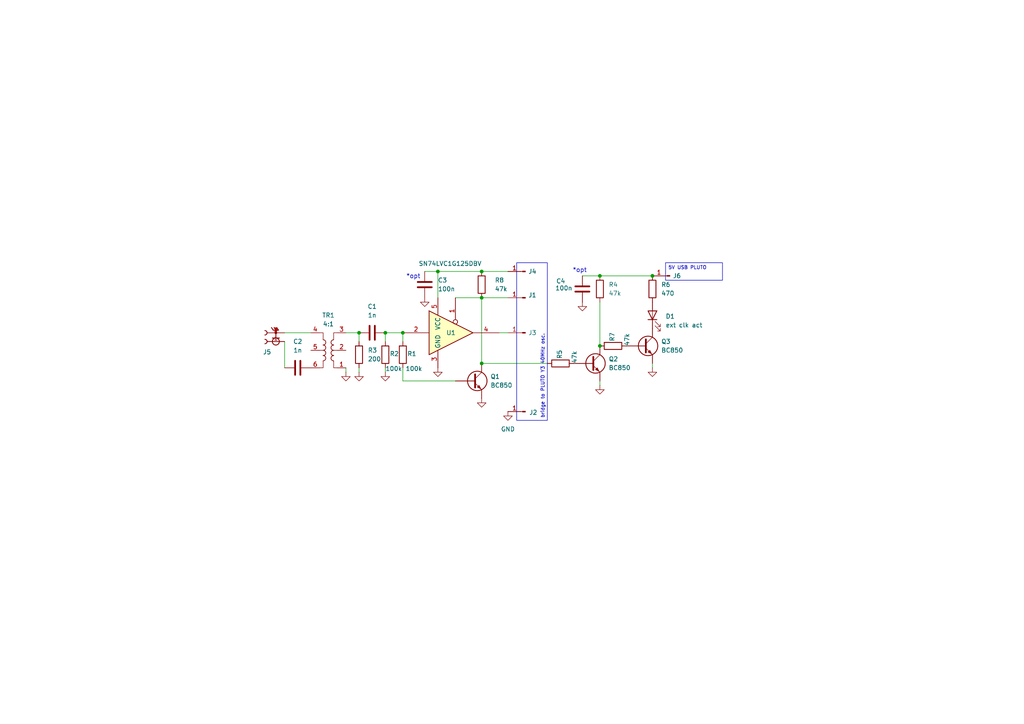
<source format=kicad_sch>
(kicad_sch (version 20231120) (generator "eeschema") (generator_version "8.0")
  (paper "A4")
  (lib_symbols
    (symbol "20279-001E-03:20279-001E-03" (pin_names (offset 1.016))
      (property "Reference" "J" (at -3.81 1.524 0))
      (property "Value" "20279-001E-03" (at -4.064 -6.858 0))
      (symbol "20279-001E-03_0_0"
        (arc (start -3.175 -3.175) (mid -2.5427 -2.54) (end -3.175 -1.905) (stroke (width 0.254)))
        (arc (start -3.175 -0.635) (mid -2.5427 0) (end -3.175 0.635) (stroke (width 0.254)))
        (circle (center 0 -2.54) (radius 0.254) (stroke (width 0.254)))
        (polyline (pts (xy -1.016 -1.016) (xy 0 -1.016)) (stroke (width 0.254)))
        (polyline (pts (xy -0.762 -3.302) (xy -1.27 -4.064)) (stroke (width 0.254)))
        (polyline (pts (xy 0 -3.302) (xy -0.762 -3.302)) (stroke (width 0.254)))
        (polyline (pts (xy 0 -3.302) (xy -0.508 -4.064)) (stroke (width 0.254)))
        (polyline (pts (xy 0 -3.302) (xy 0.762 -3.302)) (stroke (width 0.254)))
        (polyline (pts (xy 0 -1.016) (xy 0 -3.302)) (stroke (width 0.254)))
        (polyline (pts (xy 0 -1.016) (xy 1.016 -1.016)) (stroke (width 0.254)))
        (polyline (pts (xy 0.762 -3.302) (xy 0.254 -4.064)) (stroke (width 0.254)))
        (circle (center 0 0) (radius 1.016) (stroke (width 0.254)))
        (pin passive line (at 2.54 0 180) (length 5.08) (name "~") (number "1"))
        (pin passive line (at 2.54 -2.54 180) (length 5.08) (name "~") (number "2"))
        (pin passive line (at 2.54 -2.54 180) (length 5.08) (name "~") (number "3"))
      )
    )
    (symbol "74xGxx:SN74LVC1G125DBV"
      (property "Reference" "U" (at -10.16 7.62 0))
      (property "Value" "SN74LVC1G125DBV" (at 2.54 -7.62 0))
      (symbol "SN74LVC1G125DBV_0_1"
        (polyline (pts (xy -7.62 6.35) (xy -7.62 -6.35) (xy 5.08 0) (xy -7.62 6.35)) (stroke (width 0.254)) (fill (type background)))
      )
      (symbol "SN74LVC1G125DBV_1_1"
        (pin input inverted (at 0 10.16 270) (length 7.62) (name "~") (number "1"))
        (pin input line (at -15.24 0 0) (length 7.62) (name "~") (number "2"))
        (pin power_in line (at -5.08 -10.16 90) (length 5.08) (name "GND") (number "3"))
        (pin tri_state line (at 12.7 0 180) (length 7.62) (name "~") (number "4"))
        (pin power_in line (at -5.08 10.16 270) (length 5.08) (name "VCC") (number "5"))
      )
    )
    (symbol "BC850_1" (pin_numbers hide) (pin_names (offset 0) hide)
      (property "Reference" "Q" (at 5.08 1.905 0))
      (property "Value" "BC850" (at 5.08 0 0))
      (symbol "BC850_1_0_1"
        (polyline (pts (xy 0.635 0.635) (xy 2.54 2.54)))
        (polyline (pts (xy 0.635 -0.635) (xy 2.54 -2.54) (xy 2.54 -2.54)))
        (polyline (pts (xy 0.635 1.905) (xy 0.635 -1.905) (xy 0.635 -1.905)) (stroke (width 0.508)))
        (polyline (pts (xy 1.27 -1.778) (xy 1.778 -1.27) (xy 2.286 -2.286) (xy 1.27 -1.778) (xy 1.27 -1.778)) (fill (type outline)))
        (circle (center 1.27 0) (radius 2.8194) (stroke (width 0.254)))
      )
      (symbol "BC850_1_1_1"
        (pin input line (at -5.08 0 0) (length 5.715) (name "B") (number "1"))
        (pin passive line (at 2.54 -5.08 90) (length 2.54) (name "E") (number "2"))
        (pin passive line (at 2.54 5.08 270) (length 2.54) (name "C") (number "3"))
      )
    )
    (symbol "BC850_2" (pin_numbers hide) (pin_names (offset 0) hide)
      (property "Reference" "Q" (at 5.08 1.905 0))
      (property "Value" "BC850" (at 5.08 0 0))
      (symbol "BC850_2_0_1"
        (polyline (pts (xy 0.635 0.635) (xy 2.54 2.54)))
        (polyline (pts (xy 0.635 -0.635) (xy 2.54 -2.54) (xy 2.54 -2.54)))
        (polyline (pts (xy 0.635 1.905) (xy 0.635 -1.905) (xy 0.635 -1.905)) (stroke (width 0.508)))
        (polyline (pts (xy 1.27 -1.778) (xy 1.778 -1.27) (xy 2.286 -2.286) (xy 1.27 -1.778) (xy 1.27 -1.778)) (fill (type outline)))
        (circle (center 1.27 0) (radius 2.8194) (stroke (width 0.254)))
      )
      (symbol "BC850_2_1_1"
        (pin input line (at -5.08 0 0) (length 5.715) (name "B") (number "1"))
        (pin passive line (at 2.54 -5.08 90) (length 2.54) (name "E") (number "2"))
        (pin passive line (at 2.54 5.08 270) (length 2.54) (name "C") (number "3"))
      )
    )
    (symbol "Connector:Conn_01x01_Pin" (pin_names (offset 1.016) hide)
      (property "Reference" "J" (at 0 2.54 0))
      (property "Value" "Conn_01x01_Pin" (at 0 -2.54 0))
      (symbol "Conn_01x01_Pin_1_1"
        (polyline (pts (xy 1.27 0) (xy 0.8636 0)) (stroke (width 0.1524)))
        (rectangle (start 0.8636 0.127) (end 0 -0.127) (stroke (width 0.1524)) (fill (type outline)))
        (pin passive line (at 5.08 0 180) (length 3.81) (name "Pin_1") (number "1"))
      )
    )
    (symbol "Device:C" (pin_numbers hide) (pin_names (offset 0.254))
      (property "Reference" "C" (at 0.635 2.54 0))
      (property "Value" "C" (at 0.635 -2.54 0))
      (symbol "C_0_1"
        (polyline (pts (xy -2.032 -0.762) (xy 2.032 -0.762)) (stroke (width 0.508)))
        (polyline (pts (xy -2.032 0.762) (xy 2.032 0.762)) (stroke (width 0.508)))
      )
      (symbol "C_1_1"
        (pin passive line (at 0 3.81 270) (length 2.794) (name "~") (number "1"))
        (pin passive line (at 0 -3.81 90) (length 2.794) (name "~") (number "2"))
      )
    )
    (symbol "Device:LED" (pin_numbers hide) (pin_names (offset 1.016) hide)
      (property "Reference" "D" (at 0 2.54 0))
      (property "Value" "LED" (at 0 -2.54 0))
      (symbol "LED_0_1"
        (polyline (pts (xy -1.27 -1.27) (xy -1.27 1.27)) (stroke (width 0.254)))
        (polyline (pts (xy -1.27 0) (xy 1.27 0)))
        (polyline (pts (xy 1.27 -1.27) (xy 1.27 1.27) (xy -1.27 0) (xy 1.27 -1.27)) (stroke (width 0.254)))
        (polyline (pts (xy -3.048 -0.762) (xy -4.572 -2.286) (xy -3.81 -2.286) (xy -4.572 -2.286) (xy -4.572 -1.524)))
        (polyline (pts (xy -1.778 -0.762) (xy -3.302 -2.286) (xy -2.54 -2.286) (xy -3.302 -2.286) (xy -3.302 -1.524)))
      )
      (symbol "LED_1_1"
        (pin passive line (at -3.81 0 0) (length 2.54) (name "K") (number "1"))
        (pin passive line (at 3.81 0 180) (length 2.54) (name "A") (number "2"))
      )
    )
    (symbol "Device:R" (pin_numbers hide) (pin_names (offset 0))
      (property "Reference" "R" (at 2.032 0 90))
      (property "Value" "R" (at 0 0 90))
      (symbol "R_0_1"
        (rectangle (start -1.016 -2.54) (end 1.016 2.54) (stroke (width 0.254)))
      )
      (symbol "R_1_1"
        (pin passive line (at 0 3.81 270) (length 1.27) (name "~") (number "1"))
        (pin passive line (at 0 -3.81 90) (length 1.27) (name "~") (number "2"))
      )
    )
    (symbol "Transformer:ADTT1-6" (pin_names hide)
      (property "Reference" "TR" (at 0 6.35 0))
      (property "Value" "ADTT1-6" (at 0 -6.35 0))
      (symbol "ADTT1-6_0_1"
        (arc (start -1.524 -3.048) (mid -0.7653 -2.286) (end -1.524 -1.524) (stroke (width 0.2032)))
        (arc (start -1.524 -1.524) (mid -0.7653 -0.762) (end -1.524 0) (stroke (width 0.2032)))
        (arc (start -1.524 0) (mid -0.7653 0.762) (end -1.524 1.524) (stroke (width 0.2032)))
        (arc (start -1.524 1.524) (mid -0.7653 2.286) (end -1.524 3.048) (stroke (width 0.2032)))
        (polyline (pts (xy -2.54 0) (xy -1.27 0)))
        (polyline (pts (xy 2.54 0) (xy 1.27 0)) (stroke (width 0.1524)))
        (polyline (pts (xy -2.54 5.08) (xy -1.524 5.08) (xy -1.524 3.048)) (stroke (width 0.1524)))
        (polyline (pts (xy -1.524 -3.048) (xy -1.524 -5.08) (xy -2.54 -5.08)) (stroke (width 0.1524)))
        (polyline (pts (xy 1.524 3.048) (xy 1.524 5.08) (xy 2.54 5.08)) (stroke (width 0.1524)))
        (polyline (pts (xy 2.54 -5.08) (xy 1.524 -5.08) (xy 1.524 -3.048)) (stroke (width 0.1524)))
        (arc (start 1.524 -1.524) (mid 0.7653 -2.286) (end 1.524 -3.048) (stroke (width 0.2032)))
        (arc (start 1.524 0) (mid 0.7653 -0.762) (end 1.524 -1.524) (stroke (width 0.2032)))
        (arc (start 1.524 1.524) (mid 0.7653 0.762) (end 1.524 0) (stroke (width 0.2032)))
        (arc (start 1.524 3.048) (mid 0.7653 2.286) (end 1.524 1.524) (stroke (width 0.2032)))
      )
      (symbol "ADTT1-6_1_1"
        (pin passive line (at -5.08 -5.08 0) (length 2.54) (name "~") (number "1"))
        (pin passive line (at -5.08 0 0) (length 2.54) (name "~") (number "2"))
        (pin passive line (at -5.08 5.08 0) (length 2.54) (name "~") (number "3"))
        (pin passive line (at 5.08 5.08 180) (length 2.54) (name "~") (number "4"))
        (pin passive line (at 5.08 0 180) (length 2.54) (name "~") (number "5"))
        (pin passive line (at 5.08 -5.08 180) (length 2.54) (name "~") (number "6"))
      )
    )
    (symbol "Transistor_BJT:BC850" (pin_numbers hide) (pin_names (offset 0) hide)
      (property "Reference" "Q" (at 5.08 1.905 0))
      (property "Value" "BC850" (at 5.08 0 0))
      (symbol "BC850_0_1"
        (polyline (pts (xy 0.635 0.635) (xy 2.54 2.54)))
        (polyline (pts (xy 0.635 -0.635) (xy 2.54 -2.54) (xy 2.54 -2.54)))
        (polyline (pts (xy 0.635 1.905) (xy 0.635 -1.905) (xy 0.635 -1.905)) (stroke (width 0.508)))
        (polyline (pts (xy 1.27 -1.778) (xy 1.778 -1.27) (xy 2.286 -2.286) (xy 1.27 -1.778) (xy 1.27 -1.778)) (fill (type outline)))
        (circle (center 1.27 0) (radius 2.8194) (stroke (width 0.254)))
      )
      (symbol "BC850_1_1"
        (pin input line (at -5.08 0 0) (length 5.715) (name "B") (number "1"))
        (pin passive line (at 2.54 -5.08 90) (length 2.54) (name "E") (number "2"))
        (pin passive line (at 2.54 5.08 270) (length 2.54) (name "C") (number "3"))
      )
    )
    (symbol "power:GND" (power) (pin_numbers hide) (pin_names (offset 0) hide)
      (property "Value" "GND" (at 0 -3.81 0))
      (symbol "GND_0_1"
        (polyline (pts (xy 0 0) (xy 0 -1.27) (xy 1.27 -1.27) (xy 0 -2.54) (xy -1.27 -1.27) (xy 0 -1.27)))
      )
      (symbol "GND_1_1"
        (pin power_in line (at 0 0 270) (length 0) (name "~") (number "1"))
      )
    )
  )
  (junction (at 139.7 78.74))
  (junction (at 111.76 96.52))
  (junction (at 127 78.74))
  (junction (at 173.99 100.33))
  (junction (at 116.84 96.52))
  (junction (at 189.23 80.01))
  (junction (at 104.14 96.52))
  (junction (at 139.7 105.41))
  (junction (at 139.7 86.36))
  (junction (at 173.99 80.01))
  (wire (pts (xy 82.55 99.06) (xy 82.55 106.68)))
  (wire (pts (xy 144.78 96.52) (xy 147.32 96.52)))
  (wire (pts (xy 104.14 96.52) (xy 104.14 99.06)))
  (wire (pts (xy 116.84 106.68) (xy 116.84 110.49)))
  (wire (pts (xy 104.14 106.68) (xy 104.14 107.95)))
  (wire (pts (xy 173.99 87.63) (xy 173.99 100.33)))
  (wire (pts (xy 111.76 96.52) (xy 116.84 96.52)))
  (wire (pts (xy 173.99 80.01) (xy 189.23 80.01)))
  (wire (pts (xy 168.91 80.01) (xy 173.99 80.01)))
  (wire (pts (xy 100.33 106.68) (xy 100.33 107.95)))
  (wire (pts (xy 100.33 96.52) (xy 104.14 96.52)))
  (wire (pts (xy 139.7 86.36) (xy 147.32 86.36)))
  (wire (pts (xy 139.7 105.41) (xy 158.75 105.41)))
  (wire (pts (xy 189.23 105.41) (xy 189.23 106.68)))
  (wire (pts (xy 139.7 86.36) (xy 139.7 105.41)))
  (wire (pts (xy 123.19 78.74) (xy 127 78.74)))
  (wire (pts (xy 173.99 110.49) (xy 173.99 111.76)))
  (wire (pts (xy 116.84 110.49) (xy 132.08 110.49)))
  (wire (pts (xy 127 78.74) (xy 139.7 78.74)))
  (wire (pts (xy 127 78.74) (xy 127 86.36)))
  (wire (pts (xy 116.84 96.52) (xy 116.84 99.06)))
  (wire (pts (xy 111.76 96.52) (xy 111.76 99.06)))
  (wire (pts (xy 132.08 86.36) (xy 139.7 86.36)))
  (wire (pts (xy 111.76 106.68) (xy 111.76 107.95)))
  (wire (pts (xy 139.7 78.74) (xy 147.32 78.74)))
  (wire (pts (xy 82.55 96.52) (xy 90.17 96.52)))
  (text_box "5V USB PLUTO" (at 193.04 76.2 0) (size 16.51 5.08) (effects (font (size 1 1)) (justify left top)))
  (text_box "bridge to PLUTO Y3 40MHz osc." (at 149.86 76.2 90) (size 8.89 45.72) (effects (font (size 1 1)) (justify left bottom)))
  (text "*opt" (at 119.888 80.264 0) (effects (font (size 1.27 1.27))))
  (text "*opt" (at 168.148 78.486 0) (effects (font (size 1.27 1.27))))
  (symbol (lib_id "74xGxx:SN74LVC1G125DBV") (at 132.08 96.52 0) (unit 1)
    (property "Reference" "U1" (at 130.81 96.52 0))
    (property "Value" "SN74LVC1G125DBV" (at 130.556 76.454 0))
    (property "Footprint" "Package_TO_SOT_SMD:SOT-23-5" (effects (hide yes)))
    (property "Datasheet" "http://www.ti.com/lit/ds/symlink/sn74lvc1g125.pdf" (effects (hide yes)))
    (property "Description" "Single Buffer Gate Tri-State, Low-Voltage CMOS, SOT-23-5" (effects (hide yes)))
  )
  (symbol (lib_id "power:GND") (at 168.91 87.63 0) (unit 1)
    (property "Reference" "#PWR010" (effects (hide yes)))
    (property "Value" "GND" (effects (hide yes)))
    (property "Description" "Power symbol creates a global label with name \"GND\" , ground" (effects (hide yes)))
  )
  (symbol (lib_id "Device:R") (at 177.8 100.33 90) (unit 1)
    (property "Reference" "R7" (at 177.546 99.06 0) (effects (justify left)))
    (property "Value" "47k" (at 181.864 100.33 0) (effects (justify left)))
    (property "Footprint" "Resistor_SMD:R_0603_1608Metric" (effects (hide yes)))
    (property "Description" "Resistor" (effects (hide yes)))
  )
  (symbol (lib_id "Device:C") (at 86.36 106.68 270) (unit 1)
    (property "Reference" "C2" (at 86.36 99.06 90))
    (property "Value" "1n" (at 86.36 101.6 90))
    (property "Footprint" "Capacitor_SMD:C_0805_2012Metric" (effects (hide yes)))
    (property "Description" "Unpolarized capacitor" (effects (hide yes)))
  )
  (symbol (lib_id "Device:LED") (at 189.23 91.44 90) (unit 1)
    (property "Reference" "D1" (at 193.04 91.7574 90) (effects (justify right)))
    (property "Value" "ext clk act" (at 193.04 94.2974 90) (effects (justify right)))
    (property "Footprint" "LED_SMD:LED_0603_1608Metric" (effects (hide yes)))
    (property "Description" "Light emitting diode" (effects (hide yes)))
  )
  (symbol (lib_id "power:GND") (at 104.14 107.95 0) (unit 1)
    (property "Reference" "#PWR04" (effects (hide yes)))
    (property "Value" "GND" (effects (hide yes)))
    (property "Description" "Power symbol creates a global label with name \"GND\" , ground" (effects (hide yes)))
  )
  (symbol (lib_id "power:GND") (at 189.23 106.68 0) (unit 1)
    (property "Reference" "#PWR08" (effects (hide yes)))
    (property "Value" "GND" (effects (hide yes)))
    (property "Description" "Power symbol creates a global label with name \"GND\" , ground" (effects (hide yes)))
  )
  (symbol (lib_id "Device:R") (at 139.7 82.55 0) (unit 1)
    (property "Reference" "R8" (at 143.51 81.2799 0) (effects (justify left)))
    (property "Value" "47k" (at 143.51 83.8199 0) (effects (justify left)))
    (property "Footprint" "Resistor_SMD:R_0603_1608Metric" (effects (hide yes)))
    (property "Description" "Resistor" (effects (hide yes)))
  )
  (symbol (lib_id "Device:R") (at 116.84 102.87 0) (unit 1)
    (property "Reference" "R1" (at 118.11 102.616 0) (effects (justify left)))
    (property "Value" "100k" (at 117.602 106.934 0) (effects (justify left)))
    (property "Footprint" "Resistor_SMD:R_0603_1608Metric" (effects (hide yes)))
    (property "Description" "Resistor" (effects (hide yes)))
  )
  (symbol (lib_name "BC850_1") (lib_id "Transistor_BJT:BC850") (at 137.16 110.49 0) (unit 1)
    (property "Reference" "Q1" (at 142.24 109.2199 0) (effects (justify left)))
    (property "Value" "BC850" (at 142.24 111.7599 0) (effects (justify left)))
    (property "Footprint" "Package_TO_SOT_SMD:SOT-323_SC-70_Handsoldering" (effects (hide yes)))
    (property "Datasheet" "http://www.infineon.com/dgdl/Infineon-BC847SERIES_BC848SERIES_BC849SERIES_BC850SERIES-DS-v01_01-en.pdf?fileId=db3a304314dca389011541d4630a1657" (effects (hide yes)))
    (property "Description" "0.1A Ic, 45V Vce, NPN Transistor, SOT-23" (effects (hide yes)))
  )
  (symbol (lib_id "power:GND") (at 111.76 107.95 0) (unit 1)
    (property "Reference" "#PWR03" (effects (hide yes)))
    (property "Value" "GND" (effects (hide yes)))
    (property "Description" "Power symbol creates a global label with name \"GND\" , ground" (effects (hide yes)))
  )
  (symbol (lib_id "Connector:Conn_01x01_Pin") (at 152.4 119.38 0) (mirror y) (unit 1)
    (property "Reference" "J2" (at 154.686 119.634 0))
    (property "Value" "Conn_01x01_Pin" (effects (hide yes)))
    (property "Footprint" "Connector_Pin:Pin_D1.0mm_L10.0mm" (effects (hide yes)))
    (property "Description" "Generic connector, single row, 01x01, script generated" (effects (hide yes)))
  )
  (symbol (lib_id "20279-001E-03:20279-001E-03") (at 80.01 99.06 0) (mirror x) (unit 1)
    (property "Reference" "J5" (at 77.47 102.108 0))
    (property "Value" "20279-001E-03" (effects (hide yes)))
    (property "Footprint" "20279-001E-03:IPEX_20279-001E-03" (effects (hide yes)))
    (property "MF" "I-PEX" (effects (hide yes)))
    (property "MAXIMUM_PACKAGE_HEIGHT" "1.25mm" (effects (hide yes)))
    (property "Package" "None" (effects (hide yes)))
    (property "Price" "None" (effects (hide yes)))
    (property "Check_prices" "https://www.snapeda.com/parts/20279-001E-03/I-PEX/view-part/?ref=eda" (effects (hide yes)))
    (property "STANDARD" "Manufacturer Recommendations" (effects (hide yes)))
    (property "PARTREV" "32" (effects (hide yes)))
    (property "SnapEDA_Link" "https://www.snapeda.com/parts/20279-001E-03/I-PEX/view-part/?ref=snap" (effects (hide yes)))
    (property "MP" "20279-001E-03" (effects (hide yes)))
    (property "Description_1" "\n1 POS Vertical SMD Small form factor with big performance through 6 GHz connector,MHF, RF, micro-coaxial MHF I Receptacle\n" (effects (hide yes)))
    (property "Availability" "In Stock" (effects (hide yes)))
    (property "MANUFACTURER" "I-PEX" (effects (hide yes)))
  )
  (symbol (lib_id "Connector:Conn_01x01_Pin") (at 152.4 78.74 0) (mirror y) (unit 1)
    (property "Reference" "J4" (at 154.432 78.74 0))
    (property "Value" "Conn_01x01_Pin" (effects (hide yes)))
    (property "Footprint" "Connector_Pin:Pin_D1.0mm_L10.0mm" (effects (hide yes)))
    (property "Description" "Generic connector, single row, 01x01, script generated" (effects (hide yes)))
  )
  (symbol (lib_id "Transformer:ADTT1-6") (at 95.25 101.6 0) (mirror y) (unit 1)
    (property "Reference" "TR1" (at 95.25 91.44 0))
    (property "Value" "4:1" (at 95.25 93.98 0))
    (property "Footprint" "RF_Mini-Circuits:Mini-Circuits_CD637_H5.23mm" (effects (hide yes)))
    (property "Datasheet" "https://www.minicircuits.com/pdfs/ADTT1-6+.pdf" (effects (hide yes)))
    (property "Description" "0.015-100MHz 1:1 RF Transformer, Unbalanced to Balanced Center Tap at Primary/Secondary, CD637" (effects (hide yes)))
  )
  (symbol (lib_id "Device:R") (at 111.76 102.87 0) (unit 1)
    (property "Reference" "R2" (at 113.03 102.616 0) (effects (justify left)))
    (property "Value" "100k" (at 111.76 106.934 0) (effects (justify left)))
    (property "Footprint" "Resistor_SMD:R_0603_1608Metric" (effects (hide yes)))
    (property "Description" "Resistor" (effects (hide yes)))
  )
  (symbol (lib_id "Device:R") (at 189.23 83.82 0) (unit 1)
    (property "Reference" "R6" (at 191.77 82.5499 0) (effects (justify left)))
    (property "Value" "470" (at 191.77 85.0899 0) (effects (justify left)))
    (property "Footprint" "Resistor_SMD:R_0603_1608Metric" (effects (hide yes)))
    (property "Description" "Resistor" (effects (hide yes)))
  )
  (symbol (lib_name "BC850_2") (lib_id "Transistor_BJT:BC850") (at 171.45 105.41 0) (unit 1)
    (property "Reference" "Q2" (at 176.53 104.1399 0) (effects (justify left)))
    (property "Value" "BC850" (at 176.53 106.6799 0) (effects (justify left)))
    (property "Footprint" "Package_TO_SOT_SMD:SOT-323_SC-70_Handsoldering" (effects (hide yes)))
    (property "Datasheet" "http://www.infineon.com/dgdl/Infineon-BC847SERIES_BC848SERIES_BC849SERIES_BC850SERIES-DS-v01_01-en.pdf?fileId=db3a304314dca389011541d4630a1657" (effects (hide yes)))
    (property "Description" "0.1A Ic, 45V Vce, NPN Transistor, SOT-23" (effects (hide yes)))
  )
  (symbol (lib_id "Connector:Conn_01x01_Pin") (at 194.31 80.01 0) (mirror y) (unit 1)
    (property "Reference" "J6" (at 196.342 80.01 0))
    (property "Value" "Conn_01x01_Pin" (effects (hide yes)))
    (property "Footprint" "Connector_Pin:Pin_D1.0mm_L10.0mm" (effects (hide yes)))
    (property "Description" "Generic connector, single row, 01x01, script generated" (effects (hide yes)))
  )
  (symbol (lib_id "Device:C") (at 168.91 83.82 0) (unit 1)
    (property "Reference" "C4" (at 161.29 81.534 0) (effects (justify left)))
    (property "Value" "100n" (at 161.036 83.566 0) (effects (justify left)))
    (property "Footprint" "Capacitor_SMD:C_0805_2012Metric" (effects (hide yes)))
    (property "Description" "Unpolarized capacitor" (effects (hide yes)))
  )
  (symbol (lib_id "power:GND") (at 127 106.68 0) (mirror y) (unit 1)
    (property "Reference" "#PWR02" (effects (hide yes)))
    (property "Value" "GND" (effects (hide yes)))
    (property "Description" "Power symbol creates a global label with name \"GND\" , ground" (effects (hide yes)))
  )
  (symbol (lib_id "Transistor_BJT:BC850") (at 186.69 100.33 0) (unit 1)
    (property "Reference" "Q3" (at 191.77 99.0599 0) (effects (justify left)))
    (property "Value" "BC850" (at 191.77 101.5999 0) (effects (justify left)))
    (property "Footprint" "Package_TO_SOT_SMD:SOT-323_SC-70_Handsoldering" (effects (hide yes)))
    (property "Datasheet" "http://www.infineon.com/dgdl/Infineon-BC847SERIES_BC848SERIES_BC849SERIES_BC850SERIES-DS-v01_01-en.pdf?fileId=db3a304314dca389011541d4630a1657" (effects (hide yes)))
    (property "Description" "0.1A Ic, 45V Vce, NPN Transistor, SOT-23" (effects (hide yes)))
  )
  (symbol (lib_id "power:GND") (at 139.7 115.57 0) (unit 1)
    (property "Reference" "#PWR01" (effects (hide yes)))
    (property "Value" "GND" (effects (hide yes)))
    (property "Description" "Power symbol creates a global label with name \"GND\" , ground" (effects (hide yes)))
  )
  (symbol (lib_id "Device:R") (at 104.14 102.87 0) (unit 1)
    (property "Reference" "R3" (at 106.68 101.5999 0) (effects (justify left)))
    (property "Value" "200" (at 106.68 104.1399 0) (effects (justify left)))
    (property "Footprint" "Resistor_SMD:R_0603_1608Metric" (effects (hide yes)))
    (property "Description" "Resistor" (effects (hide yes)))
  )
  (symbol (lib_id "Device:C") (at 123.19 82.55 0) (unit 1)
    (property "Reference" "C3" (at 127 81.2799 0) (effects (justify left)))
    (property "Value" "100n" (at 127 83.8199 0) (effects (justify left)))
    (property "Footprint" "Capacitor_SMD:C_0805_2012Metric" (effects (hide yes)))
    (property "Description" "Unpolarized capacitor" (effects (hide yes)))
  )
  (symbol (lib_id "Device:C") (at 107.95 96.52 270) (unit 1)
    (property "Reference" "C1" (at 107.95 88.9 90))
    (property "Value" "1n" (at 107.95 91.44 90))
    (property "Footprint" "Capacitor_SMD:C_0805_2012Metric" (effects (hide yes)))
    (property "Description" "Unpolarized capacitor" (effects (hide yes)))
  )
  (symbol (lib_id "Device:R") (at 162.56 105.41 90) (unit 1)
    (property "Reference" "R5" (at 162.306 104.14 0) (effects (justify left)))
    (property "Value" "47k" (at 166.624 105.41 0) (effects (justify left)))
    (property "Footprint" "Resistor_SMD:R_0603_1608Metric" (effects (hide yes)))
    (property "Description" "Resistor" (effects (hide yes)))
  )
  (symbol (lib_id "Connector:Conn_01x01_Pin") (at 152.4 86.36 0) (mirror y) (unit 1)
    (property "Reference" "J1" (at 154.432 85.598 0))
    (property "Value" "Conn_01x01_Pin" (effects (hide yes)))
    (property "Footprint" "Connector_Pin:Pin_D1.0mm_L10.0mm" (effects (hide yes)))
    (property "Description" "Generic connector, single row, 01x01, script generated" (effects (hide yes)))
  )
  (symbol (lib_id "power:GND") (at 147.32 119.38 0) (unit 1)
    (property "Reference" "#PWR06" (effects (hide yes)))
    (property "Value" "GND" (at 147.32 124.46 0))
    (property "Description" "Power symbol creates a global label with name \"GND\" , ground" (effects (hide yes)))
  )
  (symbol (lib_id "Connector:Conn_01x01_Pin") (at 152.4 96.52 0) (mirror y) (unit 1)
    (property "Reference" "J3" (at 154.432 96.52 0))
    (property "Value" "Conn_01x01_Pin" (effects (hide yes)))
    (property "Footprint" "Connector_Pin:Pin_D1.0mm_L10.0mm" (effects (hide yes)))
    (property "Description" "Generic connector, single row, 01x01, script generated" (effects (hide yes)))
  )
  (symbol (lib_id "power:GND") (at 100.33 107.95 0) (unit 1)
    (property "Reference" "#PWR05" (effects (hide yes)))
    (property "Value" "GND" (effects (hide yes)))
    (property "Description" "Power symbol creates a global label with name \"GND\" , ground" (effects (hide yes)))
  )
  (symbol (lib_id "power:GND") (at 173.99 111.76 0) (unit 1)
    (property "Reference" "#PWR07" (effects (hide yes)))
    (property "Value" "GND" (effects (hide yes)))
    (property "Description" "Power symbol creates a global label with name \"GND\" , ground" (effects (hide yes)))
  )
  (symbol (lib_id "Device:R") (at 173.99 83.82 0) (unit 1)
    (property "Reference" "R4" (at 176.53 82.5499 0) (effects (justify left)))
    (property "Value" "47k" (at 176.53 85.0899 0) (effects (justify left)))
    (property "Footprint" "Resistor_SMD:R_0603_1608Metric" (effects (hide yes)))
    (property "Description" "Resistor" (effects (hide yes)))
  )
  (symbol (lib_id "power:GND") (at 123.19 86.36 0) (mirror y) (unit 1)
    (property "Reference" "#PWR09" (effects (hide yes)))
    (property "Value" "GND" (effects (hide yes)))
    (property "Description" "Power symbol creates a global label with name \"GND\" , ground" (effects (hide yes)))
  )
)
</source>
